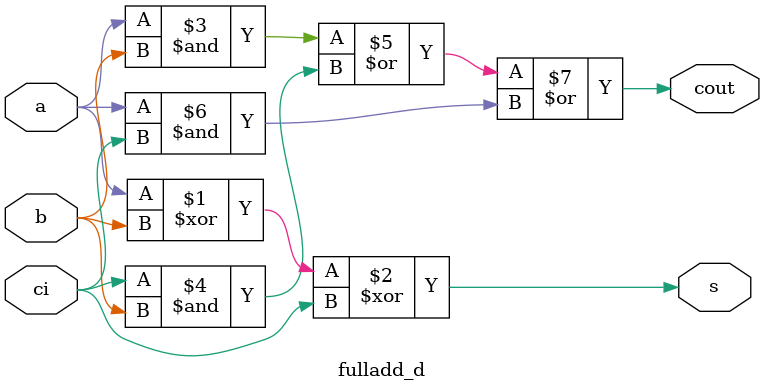
<source format=v>
`timescale 1ns / 1ps


module fulladd_d(
    input a,b,ci,
    output s,cout
    );
assign s = a^b^ci;
assign cout = (a&b)|(ci&b)|(a&ci);    
endmodule

</source>
